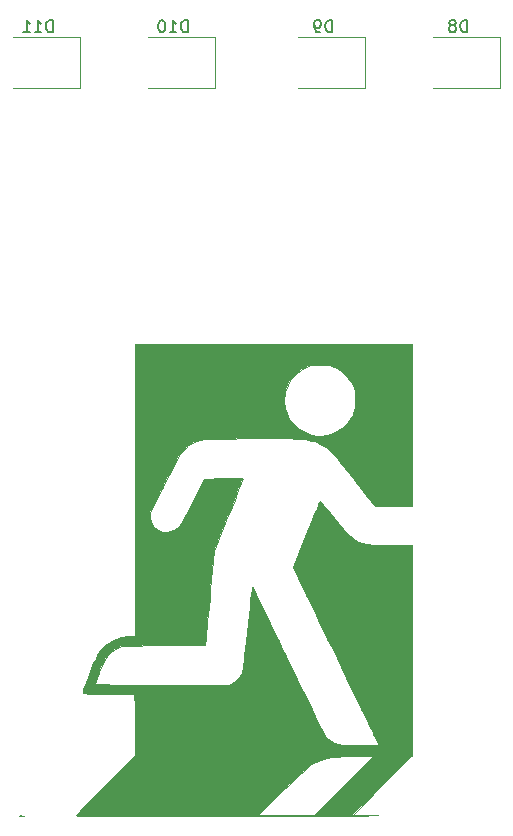
<source format=gbo>
G04 #@! TF.GenerationSoftware,KiCad,Pcbnew,(5.0.2)-1*
G04 #@! TF.CreationDate,2019-03-08T18:58:42+09:00*
G04 #@! TF.ProjectId,spindleMD_v2,7370696e-646c-4654-9d44-5f76322e6b69,rev?*
G04 #@! TF.SameCoordinates,Original*
G04 #@! TF.FileFunction,Legend,Bot*
G04 #@! TF.FilePolarity,Positive*
%FSLAX46Y46*%
G04 Gerber Fmt 4.6, Leading zero omitted, Abs format (unit mm)*
G04 Created by KiCad (PCBNEW (5.0.2)-1) date 2019/03/08 18:58:42*
%MOMM*%
%LPD*%
G01*
G04 APERTURE LIST*
%ADD10C,0.120000*%
%ADD11C,0.010000*%
%ADD12C,0.150000*%
G04 APERTURE END LIST*
D10*
G04 #@! TO.C,D8*
X119425000Y-66100000D02*
X113725000Y-66100000D01*
X119425000Y-70400000D02*
X113725000Y-70400000D01*
X119425000Y-66100000D02*
X119425000Y-70400000D01*
G04 #@! TO.C,D9*
X107995000Y-66100000D02*
X107995000Y-70400000D01*
X107995000Y-70400000D02*
X102295000Y-70400000D01*
X107995000Y-66100000D02*
X102295000Y-66100000D01*
G04 #@! TO.C,D10*
X95295000Y-66100000D02*
X95295000Y-70400000D01*
X95295000Y-70400000D02*
X89595000Y-70400000D01*
X95295000Y-66100000D02*
X89595000Y-66100000D01*
G04 #@! TO.C,D11*
X83865000Y-66100000D02*
X78165000Y-66100000D01*
X83865000Y-70400000D02*
X78165000Y-70400000D01*
X83865000Y-66100000D02*
X83865000Y-70400000D01*
D11*
G04 #@! TO.C,G\002A\002A\002A*
G36*
X88485334Y-116848667D02*
X88027210Y-116848667D01*
X87350660Y-116927093D01*
X86700311Y-117150041D01*
X86111240Y-117499016D01*
X85618523Y-117955522D01*
X85413667Y-118226777D01*
X85308160Y-118421023D01*
X85159272Y-118740146D01*
X84980861Y-119149656D01*
X84786783Y-119615065D01*
X84590893Y-120101882D01*
X84407048Y-120575618D01*
X84249103Y-121001783D01*
X84130916Y-121345888D01*
X84066342Y-121573443D01*
X84063585Y-121587290D01*
X84076895Y-121626397D01*
X84145272Y-121657267D01*
X84286885Y-121681184D01*
X84519903Y-121699437D01*
X84862495Y-121713311D01*
X85332829Y-121724092D01*
X85949075Y-121733067D01*
X86157000Y-121735508D01*
X86742743Y-121742081D01*
X87274794Y-121747960D01*
X87728947Y-121752885D01*
X88081000Y-121756595D01*
X88306749Y-121758831D01*
X88379500Y-121759385D01*
X88410635Y-121795448D01*
X88435466Y-121913150D01*
X88454572Y-122126706D01*
X88468530Y-122450331D01*
X88477918Y-122898242D01*
X88483314Y-123484654D01*
X88485295Y-124223782D01*
X88485334Y-124363372D01*
X88485334Y-126967410D01*
X85987667Y-129464000D01*
X85453108Y-129999815D01*
X84957705Y-130499251D01*
X84513925Y-130949526D01*
X84134234Y-131337860D01*
X83831099Y-131651473D01*
X83616986Y-131877582D01*
X83504361Y-132003408D01*
X83490000Y-132024629D01*
X83573181Y-132031570D01*
X83816783Y-132038073D01*
X84211891Y-132044109D01*
X84749595Y-132049648D01*
X85420981Y-132054661D01*
X86217136Y-132059118D01*
X87129148Y-132062990D01*
X88148105Y-132066248D01*
X89265093Y-132068861D01*
X90471200Y-132070801D01*
X91757514Y-132072038D01*
X93115121Y-132072543D01*
X94535109Y-132072286D01*
X96008565Y-132071238D01*
X97184834Y-132069858D01*
X98658886Y-132067555D01*
X100065599Y-132064805D01*
X101397694Y-132061649D01*
X102647892Y-132058126D01*
X103808913Y-132054275D01*
X104873478Y-132050136D01*
X105834306Y-132045748D01*
X106684120Y-132041150D01*
X107415639Y-132036383D01*
X108021583Y-132031484D01*
X108494674Y-132026495D01*
X108827632Y-132021454D01*
X109013178Y-132016400D01*
X109044031Y-132011374D01*
X108912913Y-132006414D01*
X108910472Y-132006358D01*
X106941276Y-131961667D01*
X109439638Y-129464538D01*
X111896722Y-127008667D01*
X108743654Y-127008667D01*
X103683000Y-131995663D01*
X101312334Y-131997961D01*
X98941667Y-132000259D01*
X101058334Y-129902905D01*
X101630482Y-129337345D01*
X102098944Y-128878475D01*
X102479249Y-128512730D01*
X102786929Y-128226547D01*
X103037513Y-128006360D01*
X103246530Y-127838605D01*
X103429511Y-127709718D01*
X103601987Y-127606133D01*
X103779487Y-127514286D01*
X103810000Y-127499479D01*
X104151229Y-127344169D01*
X104469456Y-127224934D01*
X104794932Y-127137179D01*
X105157906Y-127076314D01*
X105588628Y-127037746D01*
X106117347Y-127016883D01*
X106774313Y-127009132D01*
X107042994Y-127008667D01*
X108743654Y-127008667D01*
X111896722Y-127008667D01*
X111938000Y-126967410D01*
X111938000Y-109144000D01*
X110088790Y-109144000D01*
X109319871Y-109140318D01*
X108689379Y-109120464D01*
X108169839Y-109071225D01*
X107733778Y-108979387D01*
X107353724Y-108831740D01*
X107002203Y-108615069D01*
X106651742Y-108316162D01*
X106274868Y-107921806D01*
X105844107Y-107418789D01*
X105415530Y-106896482D01*
X105066640Y-106471057D01*
X104752656Y-106093554D01*
X104489436Y-105782603D01*
X104292841Y-105556838D01*
X104178732Y-105434888D01*
X104157532Y-105418667D01*
X104114777Y-105494460D01*
X104017206Y-105710044D01*
X103872229Y-106047723D01*
X103687255Y-106489802D01*
X103469695Y-107018585D01*
X103226958Y-107616376D01*
X102987213Y-108213486D01*
X101870916Y-111008305D01*
X102406516Y-112129319D01*
X102534165Y-112395367D01*
X102728182Y-112798201D01*
X102981037Y-113322250D01*
X103285201Y-113951942D01*
X103633145Y-114671704D01*
X104017339Y-115465967D01*
X104430255Y-116319156D01*
X104864364Y-117215701D01*
X105312136Y-118140030D01*
X105588998Y-118711334D01*
X106038695Y-119639459D01*
X106477230Y-120545153D01*
X106897343Y-121413386D01*
X107291774Y-122229128D01*
X107653265Y-122977350D01*
X107974555Y-123643020D01*
X108248385Y-124211108D01*
X108467497Y-124666586D01*
X108624629Y-124994421D01*
X108689624Y-125130960D01*
X109143368Y-126089587D01*
X107386851Y-126062293D01*
X106797789Y-126052500D01*
X106351786Y-126041856D01*
X106022585Y-126027265D01*
X105783926Y-126005631D01*
X105609552Y-125973857D01*
X105473203Y-125928846D01*
X105348622Y-125867502D01*
X105249334Y-125810224D01*
X104987034Y-125637664D01*
X104759268Y-125458175D01*
X104685224Y-125386891D01*
X104605091Y-125264314D01*
X104462480Y-125008426D01*
X104267505Y-124638895D01*
X104030282Y-124175394D01*
X103760924Y-123637594D01*
X103469547Y-123045165D01*
X103277100Y-122648334D01*
X102935713Y-121940614D01*
X102575222Y-121193519D01*
X102213437Y-120443937D01*
X101868163Y-119728761D01*
X101557210Y-119084880D01*
X101298386Y-118549184D01*
X101253989Y-118457334D01*
X100982856Y-117895832D01*
X100660967Y-117228225D01*
X100310760Y-116501108D01*
X99954670Y-115761075D01*
X99615133Y-115054720D01*
X99450589Y-114712080D01*
X99186959Y-114165777D01*
X98947231Y-113674541D01*
X98741003Y-113257594D01*
X98577873Y-112934159D01*
X98467440Y-112723458D01*
X98419302Y-112644716D01*
X98418355Y-112644757D01*
X98403548Y-112732095D01*
X98373034Y-112969238D01*
X98328955Y-113337602D01*
X98273451Y-113818600D01*
X98208665Y-114393648D01*
X98136735Y-115044160D01*
X98059805Y-115751552D01*
X98050307Y-115839677D01*
X97971188Y-116573563D01*
X97895828Y-117270893D01*
X97826608Y-117909763D01*
X97765907Y-118468269D01*
X97716106Y-118924508D01*
X97679587Y-119256577D01*
X97658729Y-119442571D01*
X97658516Y-119444409D01*
X97525944Y-119985430D01*
X97267860Y-120415415D01*
X96886503Y-120730705D01*
X96864775Y-120743093D01*
X96486334Y-120955000D01*
X90792502Y-120955000D01*
X89827624Y-120954429D01*
X88914199Y-120952781D01*
X88066047Y-120950150D01*
X87296992Y-120946633D01*
X86620857Y-120942326D01*
X86051463Y-120937324D01*
X85602633Y-120931723D01*
X85288190Y-120925619D01*
X85121956Y-120919108D01*
X85098669Y-120915537D01*
X85127656Y-120826137D01*
X85206846Y-120610252D01*
X85324582Y-120299027D01*
X85469207Y-119923607D01*
X85488968Y-119872758D01*
X85736810Y-119276766D01*
X85969642Y-118817443D01*
X86207954Y-118465890D01*
X86472240Y-118193207D01*
X86782991Y-117970494D01*
X86876667Y-117915660D01*
X87342334Y-117653000D01*
X90871204Y-117628355D01*
X94400074Y-117603709D01*
X94443218Y-117374355D01*
X94473349Y-117168096D01*
X94507760Y-116865547D01*
X94533438Y-116594667D01*
X94552136Y-116384799D01*
X94584687Y-116029119D01*
X94628970Y-115550391D01*
X94682866Y-114971381D01*
X94744256Y-114314856D01*
X94811021Y-113603580D01*
X94881042Y-112860319D01*
X94882380Y-112846134D01*
X95184247Y-109647934D01*
X96406791Y-106591190D01*
X96677370Y-105913826D01*
X96927175Y-105286870D01*
X97149433Y-104727438D01*
X97337374Y-104252645D01*
X97484224Y-103879609D01*
X97583214Y-103625445D01*
X97627570Y-103507269D01*
X97629334Y-103501062D01*
X97548990Y-103491859D01*
X97325188Y-103485985D01*
X96983774Y-103483604D01*
X96550596Y-103484882D01*
X96051498Y-103489984D01*
X96001701Y-103490672D01*
X94374069Y-103513667D01*
X93398201Y-105383849D01*
X93121066Y-105912416D01*
X92861756Y-106402224D01*
X92633003Y-106829594D01*
X92447542Y-107170848D01*
X92318106Y-107402307D01*
X92267026Y-107487268D01*
X92094750Y-107662636D01*
X91840897Y-107833530D01*
X91724835Y-107891643D01*
X91265217Y-108014492D01*
X90821806Y-107988882D01*
X90422025Y-107832132D01*
X90093296Y-107561561D01*
X89863043Y-107194490D01*
X89758687Y-106748238D01*
X89755334Y-106647749D01*
X89762907Y-106521305D01*
X89790902Y-106378535D01*
X89847232Y-106201872D01*
X89939812Y-105973750D01*
X90076553Y-105676601D01*
X90265371Y-105292861D01*
X90514178Y-104804962D01*
X90830887Y-104195337D01*
X91040528Y-103794851D01*
X91448595Y-103023095D01*
X91794657Y-102387507D01*
X92091025Y-101872101D01*
X92350012Y-101460892D01*
X92583928Y-101137894D01*
X92805088Y-100887121D01*
X93025802Y-100692590D01*
X93258383Y-100538312D01*
X93515143Y-100408305D01*
X93713783Y-100324013D01*
X93829025Y-100278902D01*
X93941611Y-100241196D01*
X94067391Y-100210119D01*
X94222213Y-100184897D01*
X94421925Y-100164752D01*
X94682377Y-100148911D01*
X95019417Y-100136598D01*
X95448893Y-100127038D01*
X95986655Y-100119454D01*
X96648549Y-100113072D01*
X97450426Y-100107116D01*
X98255734Y-100101798D01*
X99300559Y-100096068D01*
X100191682Y-100094198D01*
X100944710Y-100097270D01*
X101575250Y-100106364D01*
X102098911Y-100122559D01*
X102531300Y-100146936D01*
X102888024Y-100180576D01*
X103184692Y-100224559D01*
X103436911Y-100279964D01*
X103660290Y-100347873D01*
X103870434Y-100429366D01*
X104032113Y-100501616D01*
X104342967Y-100662243D01*
X104631396Y-100851182D01*
X104920063Y-101089555D01*
X105231633Y-101398489D01*
X105588769Y-101799107D01*
X106014137Y-102312533D01*
X106132319Y-102459153D01*
X106501447Y-102919168D01*
X106930739Y-103454487D01*
X107374568Y-104008195D01*
X107787304Y-104523376D01*
X107914049Y-104681653D01*
X108843098Y-105842000D01*
X111938000Y-105842000D01*
X111938000Y-96867334D01*
X107154334Y-96867334D01*
X107148237Y-97271841D01*
X107123113Y-97563596D01*
X107068709Y-97798955D01*
X106974776Y-98034270D01*
X106921940Y-98144874D01*
X106536821Y-98749102D01*
X106044356Y-99231430D01*
X105463147Y-99583144D01*
X104811799Y-99795524D01*
X104108913Y-99859857D01*
X103431132Y-99780448D01*
X102917086Y-99596507D01*
X102406333Y-99285190D01*
X101944624Y-98883047D01*
X101577710Y-98426626D01*
X101446903Y-98195303D01*
X101222605Y-97550605D01*
X101143179Y-96869267D01*
X101208504Y-96191254D01*
X101418456Y-95556532D01*
X101455205Y-95481557D01*
X101748253Y-95039029D01*
X102149044Y-94611956D01*
X102600805Y-94255907D01*
X102861655Y-94104901D01*
X103108345Y-93992127D01*
X103329154Y-93921318D01*
X103577481Y-93882803D01*
X103906728Y-93866909D01*
X104191000Y-93864123D01*
X104607432Y-93868599D01*
X104905831Y-93890420D01*
X105137257Y-93937887D01*
X105352769Y-94019304D01*
X105461000Y-94070630D01*
X105946367Y-94384141D01*
X106401690Y-94812177D01*
X106775034Y-95301350D01*
X106926735Y-95577370D01*
X107038742Y-95839876D01*
X107107128Y-96080359D01*
X107142088Y-96356607D01*
X107153820Y-96726406D01*
X107154334Y-96867334D01*
X111938000Y-96867334D01*
X111938000Y-92126000D01*
X88485334Y-92126000D01*
X88485334Y-116848667D01*
X88485334Y-116848667D01*
G37*
X88485334Y-116848667D02*
X88027210Y-116848667D01*
X87350660Y-116927093D01*
X86700311Y-117150041D01*
X86111240Y-117499016D01*
X85618523Y-117955522D01*
X85413667Y-118226777D01*
X85308160Y-118421023D01*
X85159272Y-118740146D01*
X84980861Y-119149656D01*
X84786783Y-119615065D01*
X84590893Y-120101882D01*
X84407048Y-120575618D01*
X84249103Y-121001783D01*
X84130916Y-121345888D01*
X84066342Y-121573443D01*
X84063585Y-121587290D01*
X84076895Y-121626397D01*
X84145272Y-121657267D01*
X84286885Y-121681184D01*
X84519903Y-121699437D01*
X84862495Y-121713311D01*
X85332829Y-121724092D01*
X85949075Y-121733067D01*
X86157000Y-121735508D01*
X86742743Y-121742081D01*
X87274794Y-121747960D01*
X87728947Y-121752885D01*
X88081000Y-121756595D01*
X88306749Y-121758831D01*
X88379500Y-121759385D01*
X88410635Y-121795448D01*
X88435466Y-121913150D01*
X88454572Y-122126706D01*
X88468530Y-122450331D01*
X88477918Y-122898242D01*
X88483314Y-123484654D01*
X88485295Y-124223782D01*
X88485334Y-124363372D01*
X88485334Y-126967410D01*
X85987667Y-129464000D01*
X85453108Y-129999815D01*
X84957705Y-130499251D01*
X84513925Y-130949526D01*
X84134234Y-131337860D01*
X83831099Y-131651473D01*
X83616986Y-131877582D01*
X83504361Y-132003408D01*
X83490000Y-132024629D01*
X83573181Y-132031570D01*
X83816783Y-132038073D01*
X84211891Y-132044109D01*
X84749595Y-132049648D01*
X85420981Y-132054661D01*
X86217136Y-132059118D01*
X87129148Y-132062990D01*
X88148105Y-132066248D01*
X89265093Y-132068861D01*
X90471200Y-132070801D01*
X91757514Y-132072038D01*
X93115121Y-132072543D01*
X94535109Y-132072286D01*
X96008565Y-132071238D01*
X97184834Y-132069858D01*
X98658886Y-132067555D01*
X100065599Y-132064805D01*
X101397694Y-132061649D01*
X102647892Y-132058126D01*
X103808913Y-132054275D01*
X104873478Y-132050136D01*
X105834306Y-132045748D01*
X106684120Y-132041150D01*
X107415639Y-132036383D01*
X108021583Y-132031484D01*
X108494674Y-132026495D01*
X108827632Y-132021454D01*
X109013178Y-132016400D01*
X109044031Y-132011374D01*
X108912913Y-132006414D01*
X108910472Y-132006358D01*
X106941276Y-131961667D01*
X109439638Y-129464538D01*
X111896722Y-127008667D01*
X108743654Y-127008667D01*
X103683000Y-131995663D01*
X101312334Y-131997961D01*
X98941667Y-132000259D01*
X101058334Y-129902905D01*
X101630482Y-129337345D01*
X102098944Y-128878475D01*
X102479249Y-128512730D01*
X102786929Y-128226547D01*
X103037513Y-128006360D01*
X103246530Y-127838605D01*
X103429511Y-127709718D01*
X103601987Y-127606133D01*
X103779487Y-127514286D01*
X103810000Y-127499479D01*
X104151229Y-127344169D01*
X104469456Y-127224934D01*
X104794932Y-127137179D01*
X105157906Y-127076314D01*
X105588628Y-127037746D01*
X106117347Y-127016883D01*
X106774313Y-127009132D01*
X107042994Y-127008667D01*
X108743654Y-127008667D01*
X111896722Y-127008667D01*
X111938000Y-126967410D01*
X111938000Y-109144000D01*
X110088790Y-109144000D01*
X109319871Y-109140318D01*
X108689379Y-109120464D01*
X108169839Y-109071225D01*
X107733778Y-108979387D01*
X107353724Y-108831740D01*
X107002203Y-108615069D01*
X106651742Y-108316162D01*
X106274868Y-107921806D01*
X105844107Y-107418789D01*
X105415530Y-106896482D01*
X105066640Y-106471057D01*
X104752656Y-106093554D01*
X104489436Y-105782603D01*
X104292841Y-105556838D01*
X104178732Y-105434888D01*
X104157532Y-105418667D01*
X104114777Y-105494460D01*
X104017206Y-105710044D01*
X103872229Y-106047723D01*
X103687255Y-106489802D01*
X103469695Y-107018585D01*
X103226958Y-107616376D01*
X102987213Y-108213486D01*
X101870916Y-111008305D01*
X102406516Y-112129319D01*
X102534165Y-112395367D01*
X102728182Y-112798201D01*
X102981037Y-113322250D01*
X103285201Y-113951942D01*
X103633145Y-114671704D01*
X104017339Y-115465967D01*
X104430255Y-116319156D01*
X104864364Y-117215701D01*
X105312136Y-118140030D01*
X105588998Y-118711334D01*
X106038695Y-119639459D01*
X106477230Y-120545153D01*
X106897343Y-121413386D01*
X107291774Y-122229128D01*
X107653265Y-122977350D01*
X107974555Y-123643020D01*
X108248385Y-124211108D01*
X108467497Y-124666586D01*
X108624629Y-124994421D01*
X108689624Y-125130960D01*
X109143368Y-126089587D01*
X107386851Y-126062293D01*
X106797789Y-126052500D01*
X106351786Y-126041856D01*
X106022585Y-126027265D01*
X105783926Y-126005631D01*
X105609552Y-125973857D01*
X105473203Y-125928846D01*
X105348622Y-125867502D01*
X105249334Y-125810224D01*
X104987034Y-125637664D01*
X104759268Y-125458175D01*
X104685224Y-125386891D01*
X104605091Y-125264314D01*
X104462480Y-125008426D01*
X104267505Y-124638895D01*
X104030282Y-124175394D01*
X103760924Y-123637594D01*
X103469547Y-123045165D01*
X103277100Y-122648334D01*
X102935713Y-121940614D01*
X102575222Y-121193519D01*
X102213437Y-120443937D01*
X101868163Y-119728761D01*
X101557210Y-119084880D01*
X101298386Y-118549184D01*
X101253989Y-118457334D01*
X100982856Y-117895832D01*
X100660967Y-117228225D01*
X100310760Y-116501108D01*
X99954670Y-115761075D01*
X99615133Y-115054720D01*
X99450589Y-114712080D01*
X99186959Y-114165777D01*
X98947231Y-113674541D01*
X98741003Y-113257594D01*
X98577873Y-112934159D01*
X98467440Y-112723458D01*
X98419302Y-112644716D01*
X98418355Y-112644757D01*
X98403548Y-112732095D01*
X98373034Y-112969238D01*
X98328955Y-113337602D01*
X98273451Y-113818600D01*
X98208665Y-114393648D01*
X98136735Y-115044160D01*
X98059805Y-115751552D01*
X98050307Y-115839677D01*
X97971188Y-116573563D01*
X97895828Y-117270893D01*
X97826608Y-117909763D01*
X97765907Y-118468269D01*
X97716106Y-118924508D01*
X97679587Y-119256577D01*
X97658729Y-119442571D01*
X97658516Y-119444409D01*
X97525944Y-119985430D01*
X97267860Y-120415415D01*
X96886503Y-120730705D01*
X96864775Y-120743093D01*
X96486334Y-120955000D01*
X90792502Y-120955000D01*
X89827624Y-120954429D01*
X88914199Y-120952781D01*
X88066047Y-120950150D01*
X87296992Y-120946633D01*
X86620857Y-120942326D01*
X86051463Y-120937324D01*
X85602633Y-120931723D01*
X85288190Y-120925619D01*
X85121956Y-120919108D01*
X85098669Y-120915537D01*
X85127656Y-120826137D01*
X85206846Y-120610252D01*
X85324582Y-120299027D01*
X85469207Y-119923607D01*
X85488968Y-119872758D01*
X85736810Y-119276766D01*
X85969642Y-118817443D01*
X86207954Y-118465890D01*
X86472240Y-118193207D01*
X86782991Y-117970494D01*
X86876667Y-117915660D01*
X87342334Y-117653000D01*
X90871204Y-117628355D01*
X94400074Y-117603709D01*
X94443218Y-117374355D01*
X94473349Y-117168096D01*
X94507760Y-116865547D01*
X94533438Y-116594667D01*
X94552136Y-116384799D01*
X94584687Y-116029119D01*
X94628970Y-115550391D01*
X94682866Y-114971381D01*
X94744256Y-114314856D01*
X94811021Y-113603580D01*
X94881042Y-112860319D01*
X94882380Y-112846134D01*
X95184247Y-109647934D01*
X96406791Y-106591190D01*
X96677370Y-105913826D01*
X96927175Y-105286870D01*
X97149433Y-104727438D01*
X97337374Y-104252645D01*
X97484224Y-103879609D01*
X97583214Y-103625445D01*
X97627570Y-103507269D01*
X97629334Y-103501062D01*
X97548990Y-103491859D01*
X97325188Y-103485985D01*
X96983774Y-103483604D01*
X96550596Y-103484882D01*
X96051498Y-103489984D01*
X96001701Y-103490672D01*
X94374069Y-103513667D01*
X93398201Y-105383849D01*
X93121066Y-105912416D01*
X92861756Y-106402224D01*
X92633003Y-106829594D01*
X92447542Y-107170848D01*
X92318106Y-107402307D01*
X92267026Y-107487268D01*
X92094750Y-107662636D01*
X91840897Y-107833530D01*
X91724835Y-107891643D01*
X91265217Y-108014492D01*
X90821806Y-107988882D01*
X90422025Y-107832132D01*
X90093296Y-107561561D01*
X89863043Y-107194490D01*
X89758687Y-106748238D01*
X89755334Y-106647749D01*
X89762907Y-106521305D01*
X89790902Y-106378535D01*
X89847232Y-106201872D01*
X89939812Y-105973750D01*
X90076553Y-105676601D01*
X90265371Y-105292861D01*
X90514178Y-104804962D01*
X90830887Y-104195337D01*
X91040528Y-103794851D01*
X91448595Y-103023095D01*
X91794657Y-102387507D01*
X92091025Y-101872101D01*
X92350012Y-101460892D01*
X92583928Y-101137894D01*
X92805088Y-100887121D01*
X93025802Y-100692590D01*
X93258383Y-100538312D01*
X93515143Y-100408305D01*
X93713783Y-100324013D01*
X93829025Y-100278902D01*
X93941611Y-100241196D01*
X94067391Y-100210119D01*
X94222213Y-100184897D01*
X94421925Y-100164752D01*
X94682377Y-100148911D01*
X95019417Y-100136598D01*
X95448893Y-100127038D01*
X95986655Y-100119454D01*
X96648549Y-100113072D01*
X97450426Y-100107116D01*
X98255734Y-100101798D01*
X99300559Y-100096068D01*
X100191682Y-100094198D01*
X100944710Y-100097270D01*
X101575250Y-100106364D01*
X102098911Y-100122559D01*
X102531300Y-100146936D01*
X102888024Y-100180576D01*
X103184692Y-100224559D01*
X103436911Y-100279964D01*
X103660290Y-100347873D01*
X103870434Y-100429366D01*
X104032113Y-100501616D01*
X104342967Y-100662243D01*
X104631396Y-100851182D01*
X104920063Y-101089555D01*
X105231633Y-101398489D01*
X105588769Y-101799107D01*
X106014137Y-102312533D01*
X106132319Y-102459153D01*
X106501447Y-102919168D01*
X106930739Y-103454487D01*
X107374568Y-104008195D01*
X107787304Y-104523376D01*
X107914049Y-104681653D01*
X108843098Y-105842000D01*
X111938000Y-105842000D01*
X111938000Y-96867334D01*
X107154334Y-96867334D01*
X107148237Y-97271841D01*
X107123113Y-97563596D01*
X107068709Y-97798955D01*
X106974776Y-98034270D01*
X106921940Y-98144874D01*
X106536821Y-98749102D01*
X106044356Y-99231430D01*
X105463147Y-99583144D01*
X104811799Y-99795524D01*
X104108913Y-99859857D01*
X103431132Y-99780448D01*
X102917086Y-99596507D01*
X102406333Y-99285190D01*
X101944624Y-98883047D01*
X101577710Y-98426626D01*
X101446903Y-98195303D01*
X101222605Y-97550605D01*
X101143179Y-96869267D01*
X101208504Y-96191254D01*
X101418456Y-95556532D01*
X101455205Y-95481557D01*
X101748253Y-95039029D01*
X102149044Y-94611956D01*
X102600805Y-94255907D01*
X102861655Y-94104901D01*
X103108345Y-93992127D01*
X103329154Y-93921318D01*
X103577481Y-93882803D01*
X103906728Y-93866909D01*
X104191000Y-93864123D01*
X104607432Y-93868599D01*
X104905831Y-93890420D01*
X105137257Y-93937887D01*
X105352769Y-94019304D01*
X105461000Y-94070630D01*
X105946367Y-94384141D01*
X106401690Y-94812177D01*
X106775034Y-95301350D01*
X106926735Y-95577370D01*
X107038742Y-95839876D01*
X107107128Y-96080359D01*
X107142088Y-96356607D01*
X107153820Y-96726406D01*
X107154334Y-96867334D01*
X111938000Y-96867334D01*
X111938000Y-92126000D01*
X88485334Y-92126000D01*
X88485334Y-116848667D01*
G36*
X78684180Y-132030494D02*
X78664388Y-132053380D01*
X78785975Y-132066222D01*
X78875667Y-132067315D01*
X79039631Y-132058979D01*
X79064507Y-132039857D01*
X79022847Y-132028785D01*
X78802237Y-132015154D01*
X78684180Y-132030494D01*
X78684180Y-132030494D01*
G37*
X78684180Y-132030494D02*
X78664388Y-132053380D01*
X78785975Y-132066222D01*
X78875667Y-132067315D01*
X79039631Y-132058979D01*
X79064507Y-132039857D01*
X79022847Y-132028785D01*
X78802237Y-132015154D01*
X78684180Y-132030494D01*
G04 #@! TO.C,D8*
D12*
X116613095Y-65702380D02*
X116613095Y-64702380D01*
X116375000Y-64702380D01*
X116232142Y-64750000D01*
X116136904Y-64845238D01*
X116089285Y-64940476D01*
X116041666Y-65130952D01*
X116041666Y-65273809D01*
X116089285Y-65464285D01*
X116136904Y-65559523D01*
X116232142Y-65654761D01*
X116375000Y-65702380D01*
X116613095Y-65702380D01*
X115470238Y-65130952D02*
X115565476Y-65083333D01*
X115613095Y-65035714D01*
X115660714Y-64940476D01*
X115660714Y-64892857D01*
X115613095Y-64797619D01*
X115565476Y-64750000D01*
X115470238Y-64702380D01*
X115279761Y-64702380D01*
X115184523Y-64750000D01*
X115136904Y-64797619D01*
X115089285Y-64892857D01*
X115089285Y-64940476D01*
X115136904Y-65035714D01*
X115184523Y-65083333D01*
X115279761Y-65130952D01*
X115470238Y-65130952D01*
X115565476Y-65178571D01*
X115613095Y-65226190D01*
X115660714Y-65321428D01*
X115660714Y-65511904D01*
X115613095Y-65607142D01*
X115565476Y-65654761D01*
X115470238Y-65702380D01*
X115279761Y-65702380D01*
X115184523Y-65654761D01*
X115136904Y-65607142D01*
X115089285Y-65511904D01*
X115089285Y-65321428D01*
X115136904Y-65226190D01*
X115184523Y-65178571D01*
X115279761Y-65130952D01*
G04 #@! TO.C,D9*
X105183095Y-65702380D02*
X105183095Y-64702380D01*
X104945000Y-64702380D01*
X104802142Y-64750000D01*
X104706904Y-64845238D01*
X104659285Y-64940476D01*
X104611666Y-65130952D01*
X104611666Y-65273809D01*
X104659285Y-65464285D01*
X104706904Y-65559523D01*
X104802142Y-65654761D01*
X104945000Y-65702380D01*
X105183095Y-65702380D01*
X104135476Y-65702380D02*
X103945000Y-65702380D01*
X103849761Y-65654761D01*
X103802142Y-65607142D01*
X103706904Y-65464285D01*
X103659285Y-65273809D01*
X103659285Y-64892857D01*
X103706904Y-64797619D01*
X103754523Y-64750000D01*
X103849761Y-64702380D01*
X104040238Y-64702380D01*
X104135476Y-64750000D01*
X104183095Y-64797619D01*
X104230714Y-64892857D01*
X104230714Y-65130952D01*
X104183095Y-65226190D01*
X104135476Y-65273809D01*
X104040238Y-65321428D01*
X103849761Y-65321428D01*
X103754523Y-65273809D01*
X103706904Y-65226190D01*
X103659285Y-65130952D01*
G04 #@! TO.C,D10*
X92959285Y-65702380D02*
X92959285Y-64702380D01*
X92721190Y-64702380D01*
X92578333Y-64750000D01*
X92483095Y-64845238D01*
X92435476Y-64940476D01*
X92387857Y-65130952D01*
X92387857Y-65273809D01*
X92435476Y-65464285D01*
X92483095Y-65559523D01*
X92578333Y-65654761D01*
X92721190Y-65702380D01*
X92959285Y-65702380D01*
X91435476Y-65702380D02*
X92006904Y-65702380D01*
X91721190Y-65702380D02*
X91721190Y-64702380D01*
X91816428Y-64845238D01*
X91911666Y-64940476D01*
X92006904Y-64988095D01*
X90816428Y-64702380D02*
X90721190Y-64702380D01*
X90625952Y-64750000D01*
X90578333Y-64797619D01*
X90530714Y-64892857D01*
X90483095Y-65083333D01*
X90483095Y-65321428D01*
X90530714Y-65511904D01*
X90578333Y-65607142D01*
X90625952Y-65654761D01*
X90721190Y-65702380D01*
X90816428Y-65702380D01*
X90911666Y-65654761D01*
X90959285Y-65607142D01*
X91006904Y-65511904D01*
X91054523Y-65321428D01*
X91054523Y-65083333D01*
X91006904Y-64892857D01*
X90959285Y-64797619D01*
X90911666Y-64750000D01*
X90816428Y-64702380D01*
G04 #@! TO.C,D11*
X81529285Y-65702380D02*
X81529285Y-64702380D01*
X81291190Y-64702380D01*
X81148333Y-64750000D01*
X81053095Y-64845238D01*
X81005476Y-64940476D01*
X80957857Y-65130952D01*
X80957857Y-65273809D01*
X81005476Y-65464285D01*
X81053095Y-65559523D01*
X81148333Y-65654761D01*
X81291190Y-65702380D01*
X81529285Y-65702380D01*
X80005476Y-65702380D02*
X80576904Y-65702380D01*
X80291190Y-65702380D02*
X80291190Y-64702380D01*
X80386428Y-64845238D01*
X80481666Y-64940476D01*
X80576904Y-64988095D01*
X79053095Y-65702380D02*
X79624523Y-65702380D01*
X79338809Y-65702380D02*
X79338809Y-64702380D01*
X79434047Y-64845238D01*
X79529285Y-64940476D01*
X79624523Y-64988095D01*
G04 #@! TD*
M02*

</source>
